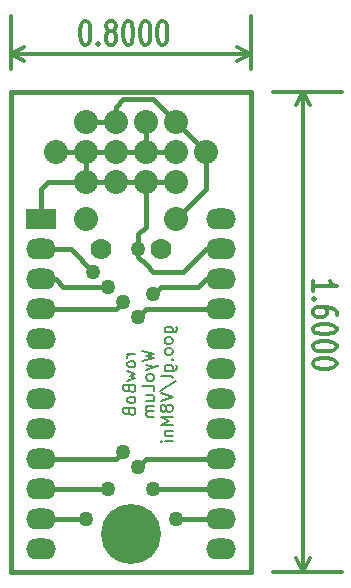
<source format=gbl>
G04 (created by PCBNEW-RS274X (2010-05-05 BZR 2356)-stable) date 12/18/10 18:55:00*
G01*
G70*
G90*
%MOIN*%
G04 Gerber Fmt 3.4, Leading zero omitted, Abs format*
%FSLAX34Y34*%
G04 APERTURE LIST*
%ADD10C,0.005000*%
%ADD11C,0.012000*%
%ADD12C,0.006000*%
%ADD13C,0.015000*%
%ADD14C,0.080000*%
%ADD15O,0.100000X0.070000*%
%ADD16R,0.100000X0.070000*%
%ADD17C,0.070000*%
%ADD18C,0.200000*%
%ADD19C,0.050000*%
G04 APERTURE END LIST*
G54D10*
G54D11*
X20065Y-16658D02*
X20065Y-16315D01*
X20065Y-16487D02*
X20865Y-16487D01*
X20751Y-16430D01*
X20675Y-16372D01*
X20637Y-16315D01*
X20141Y-16915D02*
X20103Y-16943D01*
X20065Y-16915D01*
X20103Y-16886D01*
X20141Y-16915D01*
X20065Y-16915D01*
X20865Y-17458D02*
X20865Y-17344D01*
X20827Y-17287D01*
X20789Y-17258D01*
X20675Y-17201D01*
X20522Y-17172D01*
X20218Y-17172D01*
X20141Y-17201D01*
X20103Y-17229D01*
X20065Y-17287D01*
X20065Y-17401D01*
X20103Y-17458D01*
X20141Y-17487D01*
X20218Y-17515D01*
X20408Y-17515D01*
X20484Y-17487D01*
X20522Y-17458D01*
X20560Y-17401D01*
X20560Y-17287D01*
X20522Y-17229D01*
X20484Y-17201D01*
X20408Y-17172D01*
X20865Y-17886D02*
X20865Y-17943D01*
X20827Y-18000D01*
X20789Y-18029D01*
X20713Y-18058D01*
X20560Y-18086D01*
X20370Y-18086D01*
X20218Y-18058D01*
X20141Y-18029D01*
X20103Y-18000D01*
X20065Y-17943D01*
X20065Y-17886D01*
X20103Y-17829D01*
X20141Y-17800D01*
X20218Y-17772D01*
X20370Y-17743D01*
X20560Y-17743D01*
X20713Y-17772D01*
X20789Y-17800D01*
X20827Y-17829D01*
X20865Y-17886D01*
X20865Y-18457D02*
X20865Y-18514D01*
X20827Y-18571D01*
X20789Y-18600D01*
X20713Y-18629D01*
X20560Y-18657D01*
X20370Y-18657D01*
X20218Y-18629D01*
X20141Y-18600D01*
X20103Y-18571D01*
X20065Y-18514D01*
X20065Y-18457D01*
X20103Y-18400D01*
X20141Y-18371D01*
X20218Y-18343D01*
X20370Y-18314D01*
X20560Y-18314D01*
X20713Y-18343D01*
X20789Y-18371D01*
X20827Y-18400D01*
X20865Y-18457D01*
X20865Y-19028D02*
X20865Y-19085D01*
X20827Y-19142D01*
X20789Y-19171D01*
X20713Y-19200D01*
X20560Y-19228D01*
X20370Y-19228D01*
X20218Y-19200D01*
X20141Y-19171D01*
X20103Y-19142D01*
X20065Y-19085D01*
X20065Y-19028D01*
X20103Y-18971D01*
X20141Y-18942D01*
X20218Y-18914D01*
X20370Y-18885D01*
X20560Y-18885D01*
X20713Y-18914D01*
X20789Y-18942D01*
X20827Y-18971D01*
X20865Y-19028D01*
X19749Y-10000D02*
X19749Y-26000D01*
X18750Y-10000D02*
X21029Y-10000D01*
X18750Y-26000D02*
X21029Y-26000D01*
X19749Y-26000D02*
X19519Y-25557D01*
X19749Y-26000D02*
X19979Y-25557D01*
X19749Y-10000D02*
X19519Y-10443D01*
X19749Y-10000D02*
X19979Y-10443D01*
X12458Y-07635D02*
X12515Y-07635D01*
X12572Y-07673D01*
X12601Y-07711D01*
X12630Y-07787D01*
X12658Y-07940D01*
X12658Y-08130D01*
X12630Y-08282D01*
X12601Y-08359D01*
X12572Y-08397D01*
X12515Y-08435D01*
X12458Y-08435D01*
X12401Y-08397D01*
X12372Y-08359D01*
X12344Y-08282D01*
X12315Y-08130D01*
X12315Y-07940D01*
X12344Y-07787D01*
X12372Y-07711D01*
X12401Y-07673D01*
X12458Y-07635D01*
X12915Y-08359D02*
X12943Y-08397D01*
X12915Y-08435D01*
X12886Y-08397D01*
X12915Y-08359D01*
X12915Y-08435D01*
X13287Y-07978D02*
X13229Y-07940D01*
X13201Y-07901D01*
X13172Y-07825D01*
X13172Y-07787D01*
X13201Y-07711D01*
X13229Y-07673D01*
X13287Y-07635D01*
X13401Y-07635D01*
X13458Y-07673D01*
X13487Y-07711D01*
X13515Y-07787D01*
X13515Y-07825D01*
X13487Y-07901D01*
X13458Y-07940D01*
X13401Y-07978D01*
X13287Y-07978D01*
X13229Y-08016D01*
X13201Y-08054D01*
X13172Y-08130D01*
X13172Y-08282D01*
X13201Y-08359D01*
X13229Y-08397D01*
X13287Y-08435D01*
X13401Y-08435D01*
X13458Y-08397D01*
X13487Y-08359D01*
X13515Y-08282D01*
X13515Y-08130D01*
X13487Y-08054D01*
X13458Y-08016D01*
X13401Y-07978D01*
X13886Y-07635D02*
X13943Y-07635D01*
X14000Y-07673D01*
X14029Y-07711D01*
X14058Y-07787D01*
X14086Y-07940D01*
X14086Y-08130D01*
X14058Y-08282D01*
X14029Y-08359D01*
X14000Y-08397D01*
X13943Y-08435D01*
X13886Y-08435D01*
X13829Y-08397D01*
X13800Y-08359D01*
X13772Y-08282D01*
X13743Y-08130D01*
X13743Y-07940D01*
X13772Y-07787D01*
X13800Y-07711D01*
X13829Y-07673D01*
X13886Y-07635D01*
X14457Y-07635D02*
X14514Y-07635D01*
X14571Y-07673D01*
X14600Y-07711D01*
X14629Y-07787D01*
X14657Y-07940D01*
X14657Y-08130D01*
X14629Y-08282D01*
X14600Y-08359D01*
X14571Y-08397D01*
X14514Y-08435D01*
X14457Y-08435D01*
X14400Y-08397D01*
X14371Y-08359D01*
X14343Y-08282D01*
X14314Y-08130D01*
X14314Y-07940D01*
X14343Y-07787D01*
X14371Y-07711D01*
X14400Y-07673D01*
X14457Y-07635D01*
X15028Y-07635D02*
X15085Y-07635D01*
X15142Y-07673D01*
X15171Y-07711D01*
X15200Y-07787D01*
X15228Y-07940D01*
X15228Y-08130D01*
X15200Y-08282D01*
X15171Y-08359D01*
X15142Y-08397D01*
X15085Y-08435D01*
X15028Y-08435D01*
X14971Y-08397D01*
X14942Y-08359D01*
X14914Y-08282D01*
X14885Y-08130D01*
X14885Y-07940D01*
X14914Y-07787D01*
X14942Y-07711D01*
X14971Y-07673D01*
X15028Y-07635D01*
X10000Y-08751D02*
X18000Y-08751D01*
X10000Y-09250D02*
X10000Y-07471D01*
X18000Y-09250D02*
X18000Y-07471D01*
X18000Y-08751D02*
X17557Y-08981D01*
X18000Y-08751D02*
X17557Y-08521D01*
X10000Y-08751D02*
X10443Y-08981D01*
X10000Y-08751D02*
X10443Y-08521D01*
G54D12*
X14162Y-18750D02*
X13895Y-18750D01*
X13971Y-18750D02*
X13933Y-18769D01*
X13914Y-18788D01*
X13895Y-18826D01*
X13895Y-18865D01*
X14162Y-19055D02*
X14143Y-19017D01*
X14124Y-18998D01*
X14086Y-18979D01*
X13971Y-18979D01*
X13933Y-18998D01*
X13914Y-19017D01*
X13895Y-19055D01*
X13895Y-19113D01*
X13914Y-19151D01*
X13933Y-19170D01*
X13971Y-19189D01*
X14086Y-19189D01*
X14124Y-19170D01*
X14143Y-19151D01*
X14162Y-19113D01*
X14162Y-19055D01*
X13895Y-19322D02*
X14162Y-19398D01*
X13971Y-19475D01*
X14162Y-19551D01*
X13895Y-19627D01*
X13952Y-19913D02*
X13971Y-19970D01*
X13990Y-19989D01*
X14029Y-20008D01*
X14086Y-20008D01*
X14124Y-19989D01*
X14143Y-19970D01*
X14162Y-19932D01*
X14162Y-19779D01*
X13762Y-19779D01*
X13762Y-19913D01*
X13781Y-19951D01*
X13800Y-19970D01*
X13838Y-19989D01*
X13876Y-19989D01*
X13914Y-19970D01*
X13933Y-19951D01*
X13952Y-19913D01*
X13952Y-19779D01*
X14162Y-20236D02*
X14143Y-20198D01*
X14124Y-20179D01*
X14086Y-20160D01*
X13971Y-20160D01*
X13933Y-20179D01*
X13914Y-20198D01*
X13895Y-20236D01*
X13895Y-20294D01*
X13914Y-20332D01*
X13933Y-20351D01*
X13971Y-20370D01*
X14086Y-20370D01*
X14124Y-20351D01*
X14143Y-20332D01*
X14162Y-20294D01*
X14162Y-20236D01*
X13952Y-20675D02*
X13971Y-20732D01*
X13990Y-20751D01*
X14029Y-20770D01*
X14086Y-20770D01*
X14124Y-20751D01*
X14143Y-20732D01*
X14162Y-20694D01*
X14162Y-20541D01*
X13762Y-20541D01*
X13762Y-20675D01*
X13781Y-20713D01*
X13800Y-20732D01*
X13838Y-20751D01*
X13876Y-20751D01*
X13914Y-20732D01*
X13933Y-20713D01*
X13952Y-20675D01*
X13952Y-20541D01*
X14382Y-18636D02*
X14782Y-18731D01*
X14496Y-18808D01*
X14782Y-18884D01*
X14382Y-18979D01*
X14515Y-19093D02*
X14782Y-19188D01*
X14515Y-19284D02*
X14782Y-19188D01*
X14877Y-19150D01*
X14896Y-19131D01*
X14915Y-19093D01*
X14782Y-19493D02*
X14763Y-19455D01*
X14744Y-19436D01*
X14706Y-19417D01*
X14591Y-19417D01*
X14553Y-19436D01*
X14534Y-19455D01*
X14515Y-19493D01*
X14515Y-19551D01*
X14534Y-19589D01*
X14553Y-19608D01*
X14591Y-19627D01*
X14706Y-19627D01*
X14744Y-19608D01*
X14763Y-19589D01*
X14782Y-19551D01*
X14782Y-19493D01*
X14782Y-19989D02*
X14782Y-19798D01*
X14382Y-19798D01*
X14515Y-20294D02*
X14782Y-20294D01*
X14515Y-20122D02*
X14725Y-20122D01*
X14763Y-20141D01*
X14782Y-20179D01*
X14782Y-20237D01*
X14763Y-20275D01*
X14744Y-20294D01*
X14782Y-20484D02*
X14515Y-20484D01*
X14553Y-20484D02*
X14534Y-20503D01*
X14515Y-20541D01*
X14515Y-20599D01*
X14534Y-20637D01*
X14572Y-20656D01*
X14782Y-20656D01*
X14572Y-20656D02*
X14534Y-20675D01*
X14515Y-20713D01*
X14515Y-20770D01*
X14534Y-20808D01*
X14572Y-20827D01*
X14782Y-20827D01*
X15135Y-18017D02*
X15459Y-18017D01*
X15497Y-17998D01*
X15516Y-17979D01*
X15535Y-17940D01*
X15535Y-17883D01*
X15516Y-17845D01*
X15383Y-18017D02*
X15402Y-17979D01*
X15402Y-17902D01*
X15383Y-17864D01*
X15364Y-17845D01*
X15326Y-17826D01*
X15211Y-17826D01*
X15173Y-17845D01*
X15154Y-17864D01*
X15135Y-17902D01*
X15135Y-17979D01*
X15154Y-18017D01*
X15402Y-18264D02*
X15383Y-18226D01*
X15364Y-18207D01*
X15326Y-18188D01*
X15211Y-18188D01*
X15173Y-18207D01*
X15154Y-18226D01*
X15135Y-18264D01*
X15135Y-18322D01*
X15154Y-18360D01*
X15173Y-18379D01*
X15211Y-18398D01*
X15326Y-18398D01*
X15364Y-18379D01*
X15383Y-18360D01*
X15402Y-18322D01*
X15402Y-18264D01*
X15402Y-18626D02*
X15383Y-18588D01*
X15364Y-18569D01*
X15326Y-18550D01*
X15211Y-18550D01*
X15173Y-18569D01*
X15154Y-18588D01*
X15135Y-18626D01*
X15135Y-18684D01*
X15154Y-18722D01*
X15173Y-18741D01*
X15211Y-18760D01*
X15326Y-18760D01*
X15364Y-18741D01*
X15383Y-18722D01*
X15402Y-18684D01*
X15402Y-18626D01*
X15364Y-18931D02*
X15383Y-18950D01*
X15402Y-18931D01*
X15383Y-18912D01*
X15364Y-18931D01*
X15402Y-18931D01*
X15135Y-19293D02*
X15459Y-19293D01*
X15497Y-19274D01*
X15516Y-19255D01*
X15535Y-19216D01*
X15535Y-19159D01*
X15516Y-19121D01*
X15383Y-19293D02*
X15402Y-19255D01*
X15402Y-19178D01*
X15383Y-19140D01*
X15364Y-19121D01*
X15326Y-19102D01*
X15211Y-19102D01*
X15173Y-19121D01*
X15154Y-19140D01*
X15135Y-19178D01*
X15135Y-19255D01*
X15154Y-19293D01*
X15402Y-19540D02*
X15383Y-19502D01*
X15345Y-19483D01*
X15002Y-19483D01*
X14983Y-19979D02*
X15497Y-19636D01*
X15002Y-20055D02*
X15402Y-20188D01*
X15002Y-20322D01*
X15173Y-20512D02*
X15154Y-20474D01*
X15135Y-20455D01*
X15097Y-20436D01*
X15078Y-20436D01*
X15040Y-20455D01*
X15021Y-20474D01*
X15002Y-20512D01*
X15002Y-20589D01*
X15021Y-20627D01*
X15040Y-20646D01*
X15078Y-20665D01*
X15097Y-20665D01*
X15135Y-20646D01*
X15154Y-20627D01*
X15173Y-20589D01*
X15173Y-20512D01*
X15192Y-20474D01*
X15211Y-20455D01*
X15250Y-20436D01*
X15326Y-20436D01*
X15364Y-20455D01*
X15383Y-20474D01*
X15402Y-20512D01*
X15402Y-20589D01*
X15383Y-20627D01*
X15364Y-20646D01*
X15326Y-20665D01*
X15250Y-20665D01*
X15211Y-20646D01*
X15192Y-20627D01*
X15173Y-20589D01*
X15402Y-20836D02*
X15002Y-20836D01*
X15288Y-20970D01*
X15002Y-21103D01*
X15402Y-21103D01*
X15135Y-21293D02*
X15402Y-21293D01*
X15173Y-21293D02*
X15154Y-21312D01*
X15135Y-21350D01*
X15135Y-21408D01*
X15154Y-21446D01*
X15192Y-21465D01*
X15402Y-21465D01*
X15402Y-21655D02*
X15135Y-21655D01*
X15002Y-21655D02*
X15021Y-21636D01*
X15040Y-21655D01*
X15021Y-21674D01*
X15002Y-21655D01*
X15040Y-21655D01*
G54D13*
X10000Y-26000D02*
X10000Y-10000D01*
X18000Y-26000D02*
X10000Y-26000D01*
X18000Y-10000D02*
X18000Y-26000D01*
X10000Y-10000D02*
X18000Y-10000D01*
G54D14*
X12500Y-14250D03*
X15500Y-14250D03*
G54D15*
X17000Y-14250D03*
X17000Y-15250D03*
X17000Y-16250D03*
X17000Y-17250D03*
X17000Y-18250D03*
X17000Y-19250D03*
X17000Y-20250D03*
X17000Y-21250D03*
X17000Y-22250D03*
X17000Y-23250D03*
X17000Y-24250D03*
X17000Y-25250D03*
G54D16*
X11000Y-14250D03*
G54D15*
X11000Y-15250D03*
X11000Y-16250D03*
X11000Y-17250D03*
X11000Y-18250D03*
X11000Y-19250D03*
X11000Y-20250D03*
X11000Y-21250D03*
X11000Y-22250D03*
X11000Y-23250D03*
X11000Y-24250D03*
X11000Y-25250D03*
G54D17*
X13000Y-15250D03*
X15000Y-15250D03*
G54D14*
X12500Y-11000D03*
X16500Y-12000D03*
X12500Y-13000D03*
X12500Y-12000D03*
X13500Y-11000D03*
X13500Y-13000D03*
X13500Y-12000D03*
X11500Y-12000D03*
X14500Y-13000D03*
X14500Y-11000D03*
X14500Y-12000D03*
X15500Y-12000D03*
X15500Y-11000D03*
X15500Y-13000D03*
G54D18*
X14000Y-24750D03*
G54D19*
X13250Y-16500D03*
X13750Y-17000D03*
X14250Y-17500D03*
X14750Y-23250D03*
X14250Y-22500D03*
X13750Y-22000D03*
X13250Y-23250D03*
X12500Y-24250D03*
X15500Y-24250D03*
X14250Y-15250D03*
X14750Y-16750D03*
X12750Y-16000D03*
G54D13*
X12250Y-16500D02*
X11750Y-16500D01*
X11500Y-16250D02*
X11000Y-16250D01*
X11750Y-16500D02*
X11500Y-16250D01*
X13000Y-16500D02*
X12250Y-16500D01*
X13250Y-16500D02*
X13000Y-16500D01*
X11000Y-17250D02*
X13500Y-17250D01*
X13500Y-17250D02*
X13750Y-17000D01*
X17000Y-17250D02*
X14500Y-17250D01*
X14500Y-17250D02*
X14250Y-17500D01*
X14750Y-23250D02*
X17000Y-23250D01*
X17000Y-22250D02*
X14500Y-22250D01*
X14500Y-22250D02*
X14250Y-22500D01*
X13500Y-22250D02*
X13750Y-22000D01*
X11000Y-22250D02*
X13500Y-22250D01*
X13250Y-23250D02*
X11000Y-23250D01*
X12500Y-24250D02*
X11000Y-24250D01*
X15500Y-24250D02*
X17000Y-24250D01*
X12500Y-13000D02*
X11250Y-13000D01*
X11000Y-13250D02*
X11000Y-14250D01*
X11250Y-13000D02*
X11000Y-13250D01*
X15500Y-13000D02*
X14500Y-13000D01*
X14500Y-12000D02*
X15500Y-12000D01*
X14500Y-15750D02*
X14750Y-16000D01*
X15750Y-16000D02*
X16000Y-15750D01*
X14750Y-16000D02*
X15750Y-16000D01*
X14500Y-13000D02*
X14500Y-14500D01*
X14250Y-14750D02*
X14250Y-15250D01*
X14250Y-15250D02*
X14250Y-15500D01*
X14500Y-14500D02*
X14250Y-14750D01*
X17000Y-15250D02*
X16500Y-15250D01*
X16500Y-15250D02*
X16000Y-15750D01*
X14500Y-15750D02*
X14250Y-15500D01*
X14500Y-12000D02*
X14500Y-11000D01*
X13500Y-13000D02*
X14500Y-13000D01*
X13500Y-12000D02*
X14500Y-12000D01*
X12500Y-13000D02*
X13500Y-13000D01*
X12500Y-12000D02*
X12500Y-13000D01*
X12500Y-12000D02*
X11500Y-12000D01*
X12500Y-12000D02*
X13500Y-12000D01*
X16250Y-16500D02*
X15000Y-16500D01*
X15000Y-16500D02*
X14750Y-16750D01*
X17000Y-16250D02*
X16500Y-16250D01*
X16500Y-16250D02*
X16250Y-16500D01*
X11000Y-15250D02*
X12000Y-15250D01*
X12000Y-15250D02*
X12750Y-16000D01*
X13500Y-10500D02*
X13750Y-10250D01*
X12500Y-11000D02*
X13500Y-11000D01*
X16500Y-12000D02*
X16500Y-13250D01*
X16500Y-13250D02*
X15500Y-14250D01*
X15500Y-11000D02*
X16500Y-12000D01*
X13500Y-11000D02*
X13500Y-10500D01*
X14750Y-10250D02*
X15500Y-11000D01*
X13750Y-10250D02*
X14750Y-10250D01*
M02*

</source>
